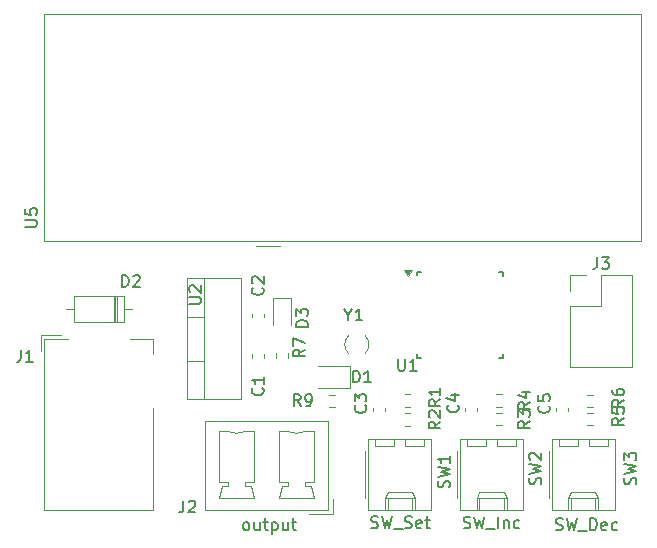
<source format=gbr>
%TF.GenerationSoftware,KiCad,Pcbnew,8.0.6*%
%TF.CreationDate,2024-11-25T15:37:35+03:30*%
%TF.ProjectId,AlarmClock,416c6172-6d43-46c6-9f63-6b2e6b696361,rev?*%
%TF.SameCoordinates,Original*%
%TF.FileFunction,Legend,Top*%
%TF.FilePolarity,Positive*%
%FSLAX46Y46*%
G04 Gerber Fmt 4.6, Leading zero omitted, Abs format (unit mm)*
G04 Created by KiCad (PCBNEW 8.0.6) date 2024-11-25 15:37:35*
%MOMM*%
%LPD*%
G01*
G04 APERTURE LIST*
%ADD10C,0.150000*%
%ADD11C,0.120000*%
G04 APERTURE END LIST*
D10*
X135936666Y-101599819D02*
X135936666Y-102314104D01*
X135936666Y-102314104D02*
X135889047Y-102456961D01*
X135889047Y-102456961D02*
X135793809Y-102552200D01*
X135793809Y-102552200D02*
X135650952Y-102599819D01*
X135650952Y-102599819D02*
X135555714Y-102599819D01*
X136317619Y-101599819D02*
X136936666Y-101599819D01*
X136936666Y-101599819D02*
X136603333Y-101980771D01*
X136603333Y-101980771D02*
X136746190Y-101980771D01*
X136746190Y-101980771D02*
X136841428Y-102028390D01*
X136841428Y-102028390D02*
X136889047Y-102076009D01*
X136889047Y-102076009D02*
X136936666Y-102171247D01*
X136936666Y-102171247D02*
X136936666Y-102409342D01*
X136936666Y-102409342D02*
X136889047Y-102504580D01*
X136889047Y-102504580D02*
X136841428Y-102552200D01*
X136841428Y-102552200D02*
X136746190Y-102599819D01*
X136746190Y-102599819D02*
X136460476Y-102599819D01*
X136460476Y-102599819D02*
X136365238Y-102552200D01*
X136365238Y-102552200D02*
X136317619Y-102504580D01*
X87166666Y-109454819D02*
X87166666Y-110169104D01*
X87166666Y-110169104D02*
X87119047Y-110311961D01*
X87119047Y-110311961D02*
X87023809Y-110407200D01*
X87023809Y-110407200D02*
X86880952Y-110454819D01*
X86880952Y-110454819D02*
X86785714Y-110454819D01*
X88166666Y-110454819D02*
X87595238Y-110454819D01*
X87880952Y-110454819D02*
X87880952Y-109454819D01*
X87880952Y-109454819D02*
X87785714Y-109597676D01*
X87785714Y-109597676D02*
X87690476Y-109692914D01*
X87690476Y-109692914D02*
X87595238Y-109740533D01*
X131859580Y-114166666D02*
X131907200Y-114214285D01*
X131907200Y-114214285D02*
X131954819Y-114357142D01*
X131954819Y-114357142D02*
X131954819Y-114452380D01*
X131954819Y-114452380D02*
X131907200Y-114595237D01*
X131907200Y-114595237D02*
X131811961Y-114690475D01*
X131811961Y-114690475D02*
X131716723Y-114738094D01*
X131716723Y-114738094D02*
X131526247Y-114785713D01*
X131526247Y-114785713D02*
X131383390Y-114785713D01*
X131383390Y-114785713D02*
X131192914Y-114738094D01*
X131192914Y-114738094D02*
X131097676Y-114690475D01*
X131097676Y-114690475D02*
X131002438Y-114595237D01*
X131002438Y-114595237D02*
X130954819Y-114452380D01*
X130954819Y-114452380D02*
X130954819Y-114357142D01*
X130954819Y-114357142D02*
X131002438Y-114214285D01*
X131002438Y-114214285D02*
X131050057Y-114166666D01*
X130954819Y-113261904D02*
X130954819Y-113738094D01*
X130954819Y-113738094D02*
X131431009Y-113785713D01*
X131431009Y-113785713D02*
X131383390Y-113738094D01*
X131383390Y-113738094D02*
X131335771Y-113642856D01*
X131335771Y-113642856D02*
X131335771Y-113404761D01*
X131335771Y-113404761D02*
X131383390Y-113309523D01*
X131383390Y-113309523D02*
X131431009Y-113261904D01*
X131431009Y-113261904D02*
X131526247Y-113214285D01*
X131526247Y-113214285D02*
X131764342Y-113214285D01*
X131764342Y-113214285D02*
X131859580Y-113261904D01*
X131859580Y-113261904D02*
X131907200Y-113309523D01*
X131907200Y-113309523D02*
X131954819Y-113404761D01*
X131954819Y-113404761D02*
X131954819Y-113642856D01*
X131954819Y-113642856D02*
X131907200Y-113738094D01*
X131907200Y-113738094D02*
X131859580Y-113785713D01*
X111204819Y-109416666D02*
X110728628Y-109749999D01*
X111204819Y-109988094D02*
X110204819Y-109988094D01*
X110204819Y-109988094D02*
X110204819Y-109607142D01*
X110204819Y-109607142D02*
X110252438Y-109511904D01*
X110252438Y-109511904D02*
X110300057Y-109464285D01*
X110300057Y-109464285D02*
X110395295Y-109416666D01*
X110395295Y-109416666D02*
X110538152Y-109416666D01*
X110538152Y-109416666D02*
X110633390Y-109464285D01*
X110633390Y-109464285D02*
X110681009Y-109511904D01*
X110681009Y-109511904D02*
X110728628Y-109607142D01*
X110728628Y-109607142D02*
X110728628Y-109988094D01*
X110204819Y-109083332D02*
X110204819Y-108416666D01*
X110204819Y-108416666D02*
X111204819Y-108845237D01*
X95711905Y-104104819D02*
X95711905Y-103104819D01*
X95711905Y-103104819D02*
X95950000Y-103104819D01*
X95950000Y-103104819D02*
X96092857Y-103152438D01*
X96092857Y-103152438D02*
X96188095Y-103247676D01*
X96188095Y-103247676D02*
X96235714Y-103342914D01*
X96235714Y-103342914D02*
X96283333Y-103533390D01*
X96283333Y-103533390D02*
X96283333Y-103676247D01*
X96283333Y-103676247D02*
X96235714Y-103866723D01*
X96235714Y-103866723D02*
X96188095Y-103961961D01*
X96188095Y-103961961D02*
X96092857Y-104057200D01*
X96092857Y-104057200D02*
X95950000Y-104104819D01*
X95950000Y-104104819D02*
X95711905Y-104104819D01*
X96664286Y-103200057D02*
X96711905Y-103152438D01*
X96711905Y-103152438D02*
X96807143Y-103104819D01*
X96807143Y-103104819D02*
X97045238Y-103104819D01*
X97045238Y-103104819D02*
X97140476Y-103152438D01*
X97140476Y-103152438D02*
X97188095Y-103200057D01*
X97188095Y-103200057D02*
X97235714Y-103295295D01*
X97235714Y-103295295D02*
X97235714Y-103390533D01*
X97235714Y-103390533D02*
X97188095Y-103533390D01*
X97188095Y-103533390D02*
X96616667Y-104104819D01*
X96616667Y-104104819D02*
X97235714Y-104104819D01*
X123407200Y-121083332D02*
X123454819Y-120940475D01*
X123454819Y-120940475D02*
X123454819Y-120702380D01*
X123454819Y-120702380D02*
X123407200Y-120607142D01*
X123407200Y-120607142D02*
X123359580Y-120559523D01*
X123359580Y-120559523D02*
X123264342Y-120511904D01*
X123264342Y-120511904D02*
X123169104Y-120511904D01*
X123169104Y-120511904D02*
X123073866Y-120559523D01*
X123073866Y-120559523D02*
X123026247Y-120607142D01*
X123026247Y-120607142D02*
X122978628Y-120702380D01*
X122978628Y-120702380D02*
X122931009Y-120892856D01*
X122931009Y-120892856D02*
X122883390Y-120988094D01*
X122883390Y-120988094D02*
X122835771Y-121035713D01*
X122835771Y-121035713D02*
X122740533Y-121083332D01*
X122740533Y-121083332D02*
X122645295Y-121083332D01*
X122645295Y-121083332D02*
X122550057Y-121035713D01*
X122550057Y-121035713D02*
X122502438Y-120988094D01*
X122502438Y-120988094D02*
X122454819Y-120892856D01*
X122454819Y-120892856D02*
X122454819Y-120654761D01*
X122454819Y-120654761D02*
X122502438Y-120511904D01*
X122454819Y-120178570D02*
X123454819Y-119940475D01*
X123454819Y-119940475D02*
X122740533Y-119749999D01*
X122740533Y-119749999D02*
X123454819Y-119559523D01*
X123454819Y-119559523D02*
X122454819Y-119321428D01*
X123454819Y-118416666D02*
X123454819Y-118988094D01*
X123454819Y-118702380D02*
X122454819Y-118702380D01*
X122454819Y-118702380D02*
X122597676Y-118797618D01*
X122597676Y-118797618D02*
X122692914Y-118892856D01*
X122692914Y-118892856D02*
X122740533Y-118988094D01*
X116801428Y-124487200D02*
X116944285Y-124534819D01*
X116944285Y-124534819D02*
X117182380Y-124534819D01*
X117182380Y-124534819D02*
X117277618Y-124487200D01*
X117277618Y-124487200D02*
X117325237Y-124439580D01*
X117325237Y-124439580D02*
X117372856Y-124344342D01*
X117372856Y-124344342D02*
X117372856Y-124249104D01*
X117372856Y-124249104D02*
X117325237Y-124153866D01*
X117325237Y-124153866D02*
X117277618Y-124106247D01*
X117277618Y-124106247D02*
X117182380Y-124058628D01*
X117182380Y-124058628D02*
X116991904Y-124011009D01*
X116991904Y-124011009D02*
X116896666Y-123963390D01*
X116896666Y-123963390D02*
X116849047Y-123915771D01*
X116849047Y-123915771D02*
X116801428Y-123820533D01*
X116801428Y-123820533D02*
X116801428Y-123725295D01*
X116801428Y-123725295D02*
X116849047Y-123630057D01*
X116849047Y-123630057D02*
X116896666Y-123582438D01*
X116896666Y-123582438D02*
X116991904Y-123534819D01*
X116991904Y-123534819D02*
X117229999Y-123534819D01*
X117229999Y-123534819D02*
X117372856Y-123582438D01*
X117706190Y-123534819D02*
X117944285Y-124534819D01*
X117944285Y-124534819D02*
X118134761Y-123820533D01*
X118134761Y-123820533D02*
X118325237Y-124534819D01*
X118325237Y-124534819D02*
X118563333Y-123534819D01*
X118706190Y-124630057D02*
X119468094Y-124630057D01*
X119658571Y-124487200D02*
X119801428Y-124534819D01*
X119801428Y-124534819D02*
X120039523Y-124534819D01*
X120039523Y-124534819D02*
X120134761Y-124487200D01*
X120134761Y-124487200D02*
X120182380Y-124439580D01*
X120182380Y-124439580D02*
X120229999Y-124344342D01*
X120229999Y-124344342D02*
X120229999Y-124249104D01*
X120229999Y-124249104D02*
X120182380Y-124153866D01*
X120182380Y-124153866D02*
X120134761Y-124106247D01*
X120134761Y-124106247D02*
X120039523Y-124058628D01*
X120039523Y-124058628D02*
X119849047Y-124011009D01*
X119849047Y-124011009D02*
X119753809Y-123963390D01*
X119753809Y-123963390D02*
X119706190Y-123915771D01*
X119706190Y-123915771D02*
X119658571Y-123820533D01*
X119658571Y-123820533D02*
X119658571Y-123725295D01*
X119658571Y-123725295D02*
X119706190Y-123630057D01*
X119706190Y-123630057D02*
X119753809Y-123582438D01*
X119753809Y-123582438D02*
X119849047Y-123534819D01*
X119849047Y-123534819D02*
X120087142Y-123534819D01*
X120087142Y-123534819D02*
X120229999Y-123582438D01*
X121039523Y-124487200D02*
X120944285Y-124534819D01*
X120944285Y-124534819D02*
X120753809Y-124534819D01*
X120753809Y-124534819D02*
X120658571Y-124487200D01*
X120658571Y-124487200D02*
X120610952Y-124391961D01*
X120610952Y-124391961D02*
X120610952Y-124011009D01*
X120610952Y-124011009D02*
X120658571Y-123915771D01*
X120658571Y-123915771D02*
X120753809Y-123868152D01*
X120753809Y-123868152D02*
X120944285Y-123868152D01*
X120944285Y-123868152D02*
X121039523Y-123915771D01*
X121039523Y-123915771D02*
X121087142Y-124011009D01*
X121087142Y-124011009D02*
X121087142Y-124106247D01*
X121087142Y-124106247D02*
X120610952Y-124201485D01*
X121372857Y-123868152D02*
X121753809Y-123868152D01*
X121515714Y-123534819D02*
X121515714Y-124391961D01*
X121515714Y-124391961D02*
X121563333Y-124487200D01*
X121563333Y-124487200D02*
X121658571Y-124534819D01*
X121658571Y-124534819D02*
X121753809Y-124534819D01*
X122664819Y-115516666D02*
X122188628Y-115849999D01*
X122664819Y-116088094D02*
X121664819Y-116088094D01*
X121664819Y-116088094D02*
X121664819Y-115707142D01*
X121664819Y-115707142D02*
X121712438Y-115611904D01*
X121712438Y-115611904D02*
X121760057Y-115564285D01*
X121760057Y-115564285D02*
X121855295Y-115516666D01*
X121855295Y-115516666D02*
X121998152Y-115516666D01*
X121998152Y-115516666D02*
X122093390Y-115564285D01*
X122093390Y-115564285D02*
X122141009Y-115611904D01*
X122141009Y-115611904D02*
X122188628Y-115707142D01*
X122188628Y-115707142D02*
X122188628Y-116088094D01*
X121760057Y-115135713D02*
X121712438Y-115088094D01*
X121712438Y-115088094D02*
X121664819Y-114992856D01*
X121664819Y-114992856D02*
X121664819Y-114754761D01*
X121664819Y-114754761D02*
X121712438Y-114659523D01*
X121712438Y-114659523D02*
X121760057Y-114611904D01*
X121760057Y-114611904D02*
X121855295Y-114564285D01*
X121855295Y-114564285D02*
X121950533Y-114564285D01*
X121950533Y-114564285D02*
X122093390Y-114611904D01*
X122093390Y-114611904D02*
X122664819Y-115183332D01*
X122664819Y-115183332D02*
X122664819Y-114564285D01*
X130254819Y-113891666D02*
X129778628Y-114224999D01*
X130254819Y-114463094D02*
X129254819Y-114463094D01*
X129254819Y-114463094D02*
X129254819Y-114082142D01*
X129254819Y-114082142D02*
X129302438Y-113986904D01*
X129302438Y-113986904D02*
X129350057Y-113939285D01*
X129350057Y-113939285D02*
X129445295Y-113891666D01*
X129445295Y-113891666D02*
X129588152Y-113891666D01*
X129588152Y-113891666D02*
X129683390Y-113939285D01*
X129683390Y-113939285D02*
X129731009Y-113986904D01*
X129731009Y-113986904D02*
X129778628Y-114082142D01*
X129778628Y-114082142D02*
X129778628Y-114463094D01*
X129588152Y-113034523D02*
X130254819Y-113034523D01*
X129207200Y-113272618D02*
X129921485Y-113510713D01*
X129921485Y-113510713D02*
X129921485Y-112891666D01*
X87504819Y-99011904D02*
X88314342Y-99011904D01*
X88314342Y-99011904D02*
X88409580Y-98964285D01*
X88409580Y-98964285D02*
X88457200Y-98916666D01*
X88457200Y-98916666D02*
X88504819Y-98821428D01*
X88504819Y-98821428D02*
X88504819Y-98630952D01*
X88504819Y-98630952D02*
X88457200Y-98535714D01*
X88457200Y-98535714D02*
X88409580Y-98488095D01*
X88409580Y-98488095D02*
X88314342Y-98440476D01*
X88314342Y-98440476D02*
X87504819Y-98440476D01*
X87504819Y-97488095D02*
X87504819Y-97964285D01*
X87504819Y-97964285D02*
X87981009Y-98011904D01*
X87981009Y-98011904D02*
X87933390Y-97964285D01*
X87933390Y-97964285D02*
X87885771Y-97869047D01*
X87885771Y-97869047D02*
X87885771Y-97630952D01*
X87885771Y-97630952D02*
X87933390Y-97535714D01*
X87933390Y-97535714D02*
X87981009Y-97488095D01*
X87981009Y-97488095D02*
X88076247Y-97440476D01*
X88076247Y-97440476D02*
X88314342Y-97440476D01*
X88314342Y-97440476D02*
X88409580Y-97488095D01*
X88409580Y-97488095D02*
X88457200Y-97535714D01*
X88457200Y-97535714D02*
X88504819Y-97630952D01*
X88504819Y-97630952D02*
X88504819Y-97869047D01*
X88504819Y-97869047D02*
X88457200Y-97964285D01*
X88457200Y-97964285D02*
X88409580Y-98011904D01*
X100916666Y-122204819D02*
X100916666Y-122919104D01*
X100916666Y-122919104D02*
X100869047Y-123061961D01*
X100869047Y-123061961D02*
X100773809Y-123157200D01*
X100773809Y-123157200D02*
X100630952Y-123204819D01*
X100630952Y-123204819D02*
X100535714Y-123204819D01*
X101345238Y-122300057D02*
X101392857Y-122252438D01*
X101392857Y-122252438D02*
X101488095Y-122204819D01*
X101488095Y-122204819D02*
X101726190Y-122204819D01*
X101726190Y-122204819D02*
X101821428Y-122252438D01*
X101821428Y-122252438D02*
X101869047Y-122300057D01*
X101869047Y-122300057D02*
X101916666Y-122395295D01*
X101916666Y-122395295D02*
X101916666Y-122490533D01*
X101916666Y-122490533D02*
X101869047Y-122633390D01*
X101869047Y-122633390D02*
X101297619Y-123204819D01*
X101297619Y-123204819D02*
X101916666Y-123204819D01*
X106169999Y-124704819D02*
X106074761Y-124657200D01*
X106074761Y-124657200D02*
X106027142Y-124609580D01*
X106027142Y-124609580D02*
X105979523Y-124514342D01*
X105979523Y-124514342D02*
X105979523Y-124228628D01*
X105979523Y-124228628D02*
X106027142Y-124133390D01*
X106027142Y-124133390D02*
X106074761Y-124085771D01*
X106074761Y-124085771D02*
X106169999Y-124038152D01*
X106169999Y-124038152D02*
X106312856Y-124038152D01*
X106312856Y-124038152D02*
X106408094Y-124085771D01*
X106408094Y-124085771D02*
X106455713Y-124133390D01*
X106455713Y-124133390D02*
X106503332Y-124228628D01*
X106503332Y-124228628D02*
X106503332Y-124514342D01*
X106503332Y-124514342D02*
X106455713Y-124609580D01*
X106455713Y-124609580D02*
X106408094Y-124657200D01*
X106408094Y-124657200D02*
X106312856Y-124704819D01*
X106312856Y-124704819D02*
X106169999Y-124704819D01*
X107360475Y-124038152D02*
X107360475Y-124704819D01*
X106931904Y-124038152D02*
X106931904Y-124561961D01*
X106931904Y-124561961D02*
X106979523Y-124657200D01*
X106979523Y-124657200D02*
X107074761Y-124704819D01*
X107074761Y-124704819D02*
X107217618Y-124704819D01*
X107217618Y-124704819D02*
X107312856Y-124657200D01*
X107312856Y-124657200D02*
X107360475Y-124609580D01*
X107693809Y-124038152D02*
X108074761Y-124038152D01*
X107836666Y-123704819D02*
X107836666Y-124561961D01*
X107836666Y-124561961D02*
X107884285Y-124657200D01*
X107884285Y-124657200D02*
X107979523Y-124704819D01*
X107979523Y-124704819D02*
X108074761Y-124704819D01*
X108408095Y-124038152D02*
X108408095Y-125038152D01*
X108408095Y-124085771D02*
X108503333Y-124038152D01*
X108503333Y-124038152D02*
X108693809Y-124038152D01*
X108693809Y-124038152D02*
X108789047Y-124085771D01*
X108789047Y-124085771D02*
X108836666Y-124133390D01*
X108836666Y-124133390D02*
X108884285Y-124228628D01*
X108884285Y-124228628D02*
X108884285Y-124514342D01*
X108884285Y-124514342D02*
X108836666Y-124609580D01*
X108836666Y-124609580D02*
X108789047Y-124657200D01*
X108789047Y-124657200D02*
X108693809Y-124704819D01*
X108693809Y-124704819D02*
X108503333Y-124704819D01*
X108503333Y-124704819D02*
X108408095Y-124657200D01*
X109741428Y-124038152D02*
X109741428Y-124704819D01*
X109312857Y-124038152D02*
X109312857Y-124561961D01*
X109312857Y-124561961D02*
X109360476Y-124657200D01*
X109360476Y-124657200D02*
X109455714Y-124704819D01*
X109455714Y-124704819D02*
X109598571Y-124704819D01*
X109598571Y-124704819D02*
X109693809Y-124657200D01*
X109693809Y-124657200D02*
X109741428Y-124609580D01*
X110074762Y-124038152D02*
X110455714Y-124038152D01*
X110217619Y-123704819D02*
X110217619Y-124561961D01*
X110217619Y-124561961D02*
X110265238Y-124657200D01*
X110265238Y-124657200D02*
X110360476Y-124704819D01*
X110360476Y-124704819D02*
X110455714Y-124704819D01*
X122664819Y-113641666D02*
X122188628Y-113974999D01*
X122664819Y-114213094D02*
X121664819Y-114213094D01*
X121664819Y-114213094D02*
X121664819Y-113832142D01*
X121664819Y-113832142D02*
X121712438Y-113736904D01*
X121712438Y-113736904D02*
X121760057Y-113689285D01*
X121760057Y-113689285D02*
X121855295Y-113641666D01*
X121855295Y-113641666D02*
X121998152Y-113641666D01*
X121998152Y-113641666D02*
X122093390Y-113689285D01*
X122093390Y-113689285D02*
X122141009Y-113736904D01*
X122141009Y-113736904D02*
X122188628Y-113832142D01*
X122188628Y-113832142D02*
X122188628Y-114213094D01*
X122664819Y-112689285D02*
X122664819Y-113260713D01*
X122664819Y-112974999D02*
X121664819Y-112974999D01*
X121664819Y-112974999D02*
X121807676Y-113070237D01*
X121807676Y-113070237D02*
X121902914Y-113165475D01*
X121902914Y-113165475D02*
X121950533Y-113260713D01*
X116319580Y-114141666D02*
X116367200Y-114189285D01*
X116367200Y-114189285D02*
X116414819Y-114332142D01*
X116414819Y-114332142D02*
X116414819Y-114427380D01*
X116414819Y-114427380D02*
X116367200Y-114570237D01*
X116367200Y-114570237D02*
X116271961Y-114665475D01*
X116271961Y-114665475D02*
X116176723Y-114713094D01*
X116176723Y-114713094D02*
X115986247Y-114760713D01*
X115986247Y-114760713D02*
X115843390Y-114760713D01*
X115843390Y-114760713D02*
X115652914Y-114713094D01*
X115652914Y-114713094D02*
X115557676Y-114665475D01*
X115557676Y-114665475D02*
X115462438Y-114570237D01*
X115462438Y-114570237D02*
X115414819Y-114427380D01*
X115414819Y-114427380D02*
X115414819Y-114332142D01*
X115414819Y-114332142D02*
X115462438Y-114189285D01*
X115462438Y-114189285D02*
X115510057Y-114141666D01*
X115414819Y-113808332D02*
X115414819Y-113189285D01*
X115414819Y-113189285D02*
X115795771Y-113522618D01*
X115795771Y-113522618D02*
X115795771Y-113379761D01*
X115795771Y-113379761D02*
X115843390Y-113284523D01*
X115843390Y-113284523D02*
X115891009Y-113236904D01*
X115891009Y-113236904D02*
X115986247Y-113189285D01*
X115986247Y-113189285D02*
X116224342Y-113189285D01*
X116224342Y-113189285D02*
X116319580Y-113236904D01*
X116319580Y-113236904D02*
X116367200Y-113284523D01*
X116367200Y-113284523D02*
X116414819Y-113379761D01*
X116414819Y-113379761D02*
X116414819Y-113665475D01*
X116414819Y-113665475D02*
X116367200Y-113760713D01*
X116367200Y-113760713D02*
X116319580Y-113808332D01*
X107609580Y-112676666D02*
X107657200Y-112724285D01*
X107657200Y-112724285D02*
X107704819Y-112867142D01*
X107704819Y-112867142D02*
X107704819Y-112962380D01*
X107704819Y-112962380D02*
X107657200Y-113105237D01*
X107657200Y-113105237D02*
X107561961Y-113200475D01*
X107561961Y-113200475D02*
X107466723Y-113248094D01*
X107466723Y-113248094D02*
X107276247Y-113295713D01*
X107276247Y-113295713D02*
X107133390Y-113295713D01*
X107133390Y-113295713D02*
X106942914Y-113248094D01*
X106942914Y-113248094D02*
X106847676Y-113200475D01*
X106847676Y-113200475D02*
X106752438Y-113105237D01*
X106752438Y-113105237D02*
X106704819Y-112962380D01*
X106704819Y-112962380D02*
X106704819Y-112867142D01*
X106704819Y-112867142D02*
X106752438Y-112724285D01*
X106752438Y-112724285D02*
X106800057Y-112676666D01*
X107704819Y-111724285D02*
X107704819Y-112295713D01*
X107704819Y-112009999D02*
X106704819Y-112009999D01*
X106704819Y-112009999D02*
X106847676Y-112105237D01*
X106847676Y-112105237D02*
X106942914Y-112200475D01*
X106942914Y-112200475D02*
X106990533Y-112295713D01*
X138204819Y-115216666D02*
X137728628Y-115549999D01*
X138204819Y-115788094D02*
X137204819Y-115788094D01*
X137204819Y-115788094D02*
X137204819Y-115407142D01*
X137204819Y-115407142D02*
X137252438Y-115311904D01*
X137252438Y-115311904D02*
X137300057Y-115264285D01*
X137300057Y-115264285D02*
X137395295Y-115216666D01*
X137395295Y-115216666D02*
X137538152Y-115216666D01*
X137538152Y-115216666D02*
X137633390Y-115264285D01*
X137633390Y-115264285D02*
X137681009Y-115311904D01*
X137681009Y-115311904D02*
X137728628Y-115407142D01*
X137728628Y-115407142D02*
X137728628Y-115788094D01*
X137204819Y-114311904D02*
X137204819Y-114788094D01*
X137204819Y-114788094D02*
X137681009Y-114835713D01*
X137681009Y-114835713D02*
X137633390Y-114788094D01*
X137633390Y-114788094D02*
X137585771Y-114692856D01*
X137585771Y-114692856D02*
X137585771Y-114454761D01*
X137585771Y-114454761D02*
X137633390Y-114359523D01*
X137633390Y-114359523D02*
X137681009Y-114311904D01*
X137681009Y-114311904D02*
X137776247Y-114264285D01*
X137776247Y-114264285D02*
X138014342Y-114264285D01*
X138014342Y-114264285D02*
X138109580Y-114311904D01*
X138109580Y-114311904D02*
X138157200Y-114359523D01*
X138157200Y-114359523D02*
X138204819Y-114454761D01*
X138204819Y-114454761D02*
X138204819Y-114692856D01*
X138204819Y-114692856D02*
X138157200Y-114788094D01*
X138157200Y-114788094D02*
X138109580Y-114835713D01*
X110833333Y-114204819D02*
X110500000Y-113728628D01*
X110261905Y-114204819D02*
X110261905Y-113204819D01*
X110261905Y-113204819D02*
X110642857Y-113204819D01*
X110642857Y-113204819D02*
X110738095Y-113252438D01*
X110738095Y-113252438D02*
X110785714Y-113300057D01*
X110785714Y-113300057D02*
X110833333Y-113395295D01*
X110833333Y-113395295D02*
X110833333Y-113538152D01*
X110833333Y-113538152D02*
X110785714Y-113633390D01*
X110785714Y-113633390D02*
X110738095Y-113681009D01*
X110738095Y-113681009D02*
X110642857Y-113728628D01*
X110642857Y-113728628D02*
X110261905Y-113728628D01*
X111309524Y-114204819D02*
X111500000Y-114204819D01*
X111500000Y-114204819D02*
X111595238Y-114157200D01*
X111595238Y-114157200D02*
X111642857Y-114109580D01*
X111642857Y-114109580D02*
X111738095Y-113966723D01*
X111738095Y-113966723D02*
X111785714Y-113776247D01*
X111785714Y-113776247D02*
X111785714Y-113395295D01*
X111785714Y-113395295D02*
X111738095Y-113300057D01*
X111738095Y-113300057D02*
X111690476Y-113252438D01*
X111690476Y-113252438D02*
X111595238Y-113204819D01*
X111595238Y-113204819D02*
X111404762Y-113204819D01*
X111404762Y-113204819D02*
X111309524Y-113252438D01*
X111309524Y-113252438D02*
X111261905Y-113300057D01*
X111261905Y-113300057D02*
X111214286Y-113395295D01*
X111214286Y-113395295D02*
X111214286Y-113633390D01*
X111214286Y-113633390D02*
X111261905Y-113728628D01*
X111261905Y-113728628D02*
X111309524Y-113776247D01*
X111309524Y-113776247D02*
X111404762Y-113823866D01*
X111404762Y-113823866D02*
X111595238Y-113823866D01*
X111595238Y-113823866D02*
X111690476Y-113776247D01*
X111690476Y-113776247D02*
X111738095Y-113728628D01*
X111738095Y-113728628D02*
X111785714Y-113633390D01*
X130254819Y-115471666D02*
X129778628Y-115804999D01*
X130254819Y-116043094D02*
X129254819Y-116043094D01*
X129254819Y-116043094D02*
X129254819Y-115662142D01*
X129254819Y-115662142D02*
X129302438Y-115566904D01*
X129302438Y-115566904D02*
X129350057Y-115519285D01*
X129350057Y-115519285D02*
X129445295Y-115471666D01*
X129445295Y-115471666D02*
X129588152Y-115471666D01*
X129588152Y-115471666D02*
X129683390Y-115519285D01*
X129683390Y-115519285D02*
X129731009Y-115566904D01*
X129731009Y-115566904D02*
X129778628Y-115662142D01*
X129778628Y-115662142D02*
X129778628Y-116043094D01*
X129254819Y-115138332D02*
X129254819Y-114519285D01*
X129254819Y-114519285D02*
X129635771Y-114852618D01*
X129635771Y-114852618D02*
X129635771Y-114709761D01*
X129635771Y-114709761D02*
X129683390Y-114614523D01*
X129683390Y-114614523D02*
X129731009Y-114566904D01*
X129731009Y-114566904D02*
X129826247Y-114519285D01*
X129826247Y-114519285D02*
X130064342Y-114519285D01*
X130064342Y-114519285D02*
X130159580Y-114566904D01*
X130159580Y-114566904D02*
X130207200Y-114614523D01*
X130207200Y-114614523D02*
X130254819Y-114709761D01*
X130254819Y-114709761D02*
X130254819Y-114995475D01*
X130254819Y-114995475D02*
X130207200Y-115090713D01*
X130207200Y-115090713D02*
X130159580Y-115138332D01*
X107609580Y-104176666D02*
X107657200Y-104224285D01*
X107657200Y-104224285D02*
X107704819Y-104367142D01*
X107704819Y-104367142D02*
X107704819Y-104462380D01*
X107704819Y-104462380D02*
X107657200Y-104605237D01*
X107657200Y-104605237D02*
X107561961Y-104700475D01*
X107561961Y-104700475D02*
X107466723Y-104748094D01*
X107466723Y-104748094D02*
X107276247Y-104795713D01*
X107276247Y-104795713D02*
X107133390Y-104795713D01*
X107133390Y-104795713D02*
X106942914Y-104748094D01*
X106942914Y-104748094D02*
X106847676Y-104700475D01*
X106847676Y-104700475D02*
X106752438Y-104605237D01*
X106752438Y-104605237D02*
X106704819Y-104462380D01*
X106704819Y-104462380D02*
X106704819Y-104367142D01*
X106704819Y-104367142D02*
X106752438Y-104224285D01*
X106752438Y-104224285D02*
X106800057Y-104176666D01*
X106800057Y-103795713D02*
X106752438Y-103748094D01*
X106752438Y-103748094D02*
X106704819Y-103652856D01*
X106704819Y-103652856D02*
X106704819Y-103414761D01*
X106704819Y-103414761D02*
X106752438Y-103319523D01*
X106752438Y-103319523D02*
X106800057Y-103271904D01*
X106800057Y-103271904D02*
X106895295Y-103224285D01*
X106895295Y-103224285D02*
X106990533Y-103224285D01*
X106990533Y-103224285D02*
X107133390Y-103271904D01*
X107133390Y-103271904D02*
X107704819Y-103843332D01*
X107704819Y-103843332D02*
X107704819Y-103224285D01*
X111454819Y-107488094D02*
X110454819Y-107488094D01*
X110454819Y-107488094D02*
X110454819Y-107249999D01*
X110454819Y-107249999D02*
X110502438Y-107107142D01*
X110502438Y-107107142D02*
X110597676Y-107011904D01*
X110597676Y-107011904D02*
X110692914Y-106964285D01*
X110692914Y-106964285D02*
X110883390Y-106916666D01*
X110883390Y-106916666D02*
X111026247Y-106916666D01*
X111026247Y-106916666D02*
X111216723Y-106964285D01*
X111216723Y-106964285D02*
X111311961Y-107011904D01*
X111311961Y-107011904D02*
X111407200Y-107107142D01*
X111407200Y-107107142D02*
X111454819Y-107249999D01*
X111454819Y-107249999D02*
X111454819Y-107488094D01*
X110454819Y-106583332D02*
X110454819Y-105964285D01*
X110454819Y-105964285D02*
X110835771Y-106297618D01*
X110835771Y-106297618D02*
X110835771Y-106154761D01*
X110835771Y-106154761D02*
X110883390Y-106059523D01*
X110883390Y-106059523D02*
X110931009Y-106011904D01*
X110931009Y-106011904D02*
X111026247Y-105964285D01*
X111026247Y-105964285D02*
X111264342Y-105964285D01*
X111264342Y-105964285D02*
X111359580Y-106011904D01*
X111359580Y-106011904D02*
X111407200Y-106059523D01*
X111407200Y-106059523D02*
X111454819Y-106154761D01*
X111454819Y-106154761D02*
X111454819Y-106440475D01*
X111454819Y-106440475D02*
X111407200Y-106535713D01*
X111407200Y-106535713D02*
X111359580Y-106583332D01*
X124139580Y-114121666D02*
X124187200Y-114169285D01*
X124187200Y-114169285D02*
X124234819Y-114312142D01*
X124234819Y-114312142D02*
X124234819Y-114407380D01*
X124234819Y-114407380D02*
X124187200Y-114550237D01*
X124187200Y-114550237D02*
X124091961Y-114645475D01*
X124091961Y-114645475D02*
X123996723Y-114693094D01*
X123996723Y-114693094D02*
X123806247Y-114740713D01*
X123806247Y-114740713D02*
X123663390Y-114740713D01*
X123663390Y-114740713D02*
X123472914Y-114693094D01*
X123472914Y-114693094D02*
X123377676Y-114645475D01*
X123377676Y-114645475D02*
X123282438Y-114550237D01*
X123282438Y-114550237D02*
X123234819Y-114407380D01*
X123234819Y-114407380D02*
X123234819Y-114312142D01*
X123234819Y-114312142D02*
X123282438Y-114169285D01*
X123282438Y-114169285D02*
X123330057Y-114121666D01*
X123568152Y-113264523D02*
X124234819Y-113264523D01*
X123187200Y-113502618D02*
X123901485Y-113740713D01*
X123901485Y-113740713D02*
X123901485Y-113121666D01*
X131157200Y-120833332D02*
X131204819Y-120690475D01*
X131204819Y-120690475D02*
X131204819Y-120452380D01*
X131204819Y-120452380D02*
X131157200Y-120357142D01*
X131157200Y-120357142D02*
X131109580Y-120309523D01*
X131109580Y-120309523D02*
X131014342Y-120261904D01*
X131014342Y-120261904D02*
X130919104Y-120261904D01*
X130919104Y-120261904D02*
X130823866Y-120309523D01*
X130823866Y-120309523D02*
X130776247Y-120357142D01*
X130776247Y-120357142D02*
X130728628Y-120452380D01*
X130728628Y-120452380D02*
X130681009Y-120642856D01*
X130681009Y-120642856D02*
X130633390Y-120738094D01*
X130633390Y-120738094D02*
X130585771Y-120785713D01*
X130585771Y-120785713D02*
X130490533Y-120833332D01*
X130490533Y-120833332D02*
X130395295Y-120833332D01*
X130395295Y-120833332D02*
X130300057Y-120785713D01*
X130300057Y-120785713D02*
X130252438Y-120738094D01*
X130252438Y-120738094D02*
X130204819Y-120642856D01*
X130204819Y-120642856D02*
X130204819Y-120404761D01*
X130204819Y-120404761D02*
X130252438Y-120261904D01*
X130204819Y-119928570D02*
X131204819Y-119690475D01*
X131204819Y-119690475D02*
X130490533Y-119499999D01*
X130490533Y-119499999D02*
X131204819Y-119309523D01*
X131204819Y-119309523D02*
X130204819Y-119071428D01*
X130300057Y-118738094D02*
X130252438Y-118690475D01*
X130252438Y-118690475D02*
X130204819Y-118595237D01*
X130204819Y-118595237D02*
X130204819Y-118357142D01*
X130204819Y-118357142D02*
X130252438Y-118261904D01*
X130252438Y-118261904D02*
X130300057Y-118214285D01*
X130300057Y-118214285D02*
X130395295Y-118166666D01*
X130395295Y-118166666D02*
X130490533Y-118166666D01*
X130490533Y-118166666D02*
X130633390Y-118214285D01*
X130633390Y-118214285D02*
X131204819Y-118785713D01*
X131204819Y-118785713D02*
X131204819Y-118166666D01*
X124642857Y-124507200D02*
X124785714Y-124554819D01*
X124785714Y-124554819D02*
X125023809Y-124554819D01*
X125023809Y-124554819D02*
X125119047Y-124507200D01*
X125119047Y-124507200D02*
X125166666Y-124459580D01*
X125166666Y-124459580D02*
X125214285Y-124364342D01*
X125214285Y-124364342D02*
X125214285Y-124269104D01*
X125214285Y-124269104D02*
X125166666Y-124173866D01*
X125166666Y-124173866D02*
X125119047Y-124126247D01*
X125119047Y-124126247D02*
X125023809Y-124078628D01*
X125023809Y-124078628D02*
X124833333Y-124031009D01*
X124833333Y-124031009D02*
X124738095Y-123983390D01*
X124738095Y-123983390D02*
X124690476Y-123935771D01*
X124690476Y-123935771D02*
X124642857Y-123840533D01*
X124642857Y-123840533D02*
X124642857Y-123745295D01*
X124642857Y-123745295D02*
X124690476Y-123650057D01*
X124690476Y-123650057D02*
X124738095Y-123602438D01*
X124738095Y-123602438D02*
X124833333Y-123554819D01*
X124833333Y-123554819D02*
X125071428Y-123554819D01*
X125071428Y-123554819D02*
X125214285Y-123602438D01*
X125547619Y-123554819D02*
X125785714Y-124554819D01*
X125785714Y-124554819D02*
X125976190Y-123840533D01*
X125976190Y-123840533D02*
X126166666Y-124554819D01*
X126166666Y-124554819D02*
X126404762Y-123554819D01*
X126547619Y-124650057D02*
X127309523Y-124650057D01*
X127547619Y-124554819D02*
X127547619Y-123554819D01*
X128023809Y-123888152D02*
X128023809Y-124554819D01*
X128023809Y-123983390D02*
X128071428Y-123935771D01*
X128071428Y-123935771D02*
X128166666Y-123888152D01*
X128166666Y-123888152D02*
X128309523Y-123888152D01*
X128309523Y-123888152D02*
X128404761Y-123935771D01*
X128404761Y-123935771D02*
X128452380Y-124031009D01*
X128452380Y-124031009D02*
X128452380Y-124554819D01*
X129357142Y-124507200D02*
X129261904Y-124554819D01*
X129261904Y-124554819D02*
X129071428Y-124554819D01*
X129071428Y-124554819D02*
X128976190Y-124507200D01*
X128976190Y-124507200D02*
X128928571Y-124459580D01*
X128928571Y-124459580D02*
X128880952Y-124364342D01*
X128880952Y-124364342D02*
X128880952Y-124078628D01*
X128880952Y-124078628D02*
X128928571Y-123983390D01*
X128928571Y-123983390D02*
X128976190Y-123935771D01*
X128976190Y-123935771D02*
X129071428Y-123888152D01*
X129071428Y-123888152D02*
X129261904Y-123888152D01*
X129261904Y-123888152D02*
X129357142Y-123935771D01*
X114873809Y-106478628D02*
X114873809Y-106954819D01*
X114540476Y-105954819D02*
X114873809Y-106478628D01*
X114873809Y-106478628D02*
X115207142Y-105954819D01*
X116064285Y-106954819D02*
X115492857Y-106954819D01*
X115778571Y-106954819D02*
X115778571Y-105954819D01*
X115778571Y-105954819D02*
X115683333Y-106097676D01*
X115683333Y-106097676D02*
X115588095Y-106192914D01*
X115588095Y-106192914D02*
X115492857Y-106240533D01*
X115261905Y-112204819D02*
X115261905Y-111204819D01*
X115261905Y-111204819D02*
X115500000Y-111204819D01*
X115500000Y-111204819D02*
X115642857Y-111252438D01*
X115642857Y-111252438D02*
X115738095Y-111347676D01*
X115738095Y-111347676D02*
X115785714Y-111442914D01*
X115785714Y-111442914D02*
X115833333Y-111633390D01*
X115833333Y-111633390D02*
X115833333Y-111776247D01*
X115833333Y-111776247D02*
X115785714Y-111966723D01*
X115785714Y-111966723D02*
X115738095Y-112061961D01*
X115738095Y-112061961D02*
X115642857Y-112157200D01*
X115642857Y-112157200D02*
X115500000Y-112204819D01*
X115500000Y-112204819D02*
X115261905Y-112204819D01*
X116785714Y-112204819D02*
X116214286Y-112204819D01*
X116500000Y-112204819D02*
X116500000Y-111204819D01*
X116500000Y-111204819D02*
X116404762Y-111347676D01*
X116404762Y-111347676D02*
X116309524Y-111442914D01*
X116309524Y-111442914D02*
X116214286Y-111490533D01*
X139197200Y-120833332D02*
X139244819Y-120690475D01*
X139244819Y-120690475D02*
X139244819Y-120452380D01*
X139244819Y-120452380D02*
X139197200Y-120357142D01*
X139197200Y-120357142D02*
X139149580Y-120309523D01*
X139149580Y-120309523D02*
X139054342Y-120261904D01*
X139054342Y-120261904D02*
X138959104Y-120261904D01*
X138959104Y-120261904D02*
X138863866Y-120309523D01*
X138863866Y-120309523D02*
X138816247Y-120357142D01*
X138816247Y-120357142D02*
X138768628Y-120452380D01*
X138768628Y-120452380D02*
X138721009Y-120642856D01*
X138721009Y-120642856D02*
X138673390Y-120738094D01*
X138673390Y-120738094D02*
X138625771Y-120785713D01*
X138625771Y-120785713D02*
X138530533Y-120833332D01*
X138530533Y-120833332D02*
X138435295Y-120833332D01*
X138435295Y-120833332D02*
X138340057Y-120785713D01*
X138340057Y-120785713D02*
X138292438Y-120738094D01*
X138292438Y-120738094D02*
X138244819Y-120642856D01*
X138244819Y-120642856D02*
X138244819Y-120404761D01*
X138244819Y-120404761D02*
X138292438Y-120261904D01*
X138244819Y-119928570D02*
X139244819Y-119690475D01*
X139244819Y-119690475D02*
X138530533Y-119499999D01*
X138530533Y-119499999D02*
X139244819Y-119309523D01*
X139244819Y-119309523D02*
X138244819Y-119071428D01*
X138244819Y-118785713D02*
X138244819Y-118166666D01*
X138244819Y-118166666D02*
X138625771Y-118499999D01*
X138625771Y-118499999D02*
X138625771Y-118357142D01*
X138625771Y-118357142D02*
X138673390Y-118261904D01*
X138673390Y-118261904D02*
X138721009Y-118214285D01*
X138721009Y-118214285D02*
X138816247Y-118166666D01*
X138816247Y-118166666D02*
X139054342Y-118166666D01*
X139054342Y-118166666D02*
X139149580Y-118214285D01*
X139149580Y-118214285D02*
X139197200Y-118261904D01*
X139197200Y-118261904D02*
X139244819Y-118357142D01*
X139244819Y-118357142D02*
X139244819Y-118642856D01*
X139244819Y-118642856D02*
X139197200Y-118738094D01*
X139197200Y-118738094D02*
X139149580Y-118785713D01*
X132444762Y-124657200D02*
X132587619Y-124704819D01*
X132587619Y-124704819D02*
X132825714Y-124704819D01*
X132825714Y-124704819D02*
X132920952Y-124657200D01*
X132920952Y-124657200D02*
X132968571Y-124609580D01*
X132968571Y-124609580D02*
X133016190Y-124514342D01*
X133016190Y-124514342D02*
X133016190Y-124419104D01*
X133016190Y-124419104D02*
X132968571Y-124323866D01*
X132968571Y-124323866D02*
X132920952Y-124276247D01*
X132920952Y-124276247D02*
X132825714Y-124228628D01*
X132825714Y-124228628D02*
X132635238Y-124181009D01*
X132635238Y-124181009D02*
X132540000Y-124133390D01*
X132540000Y-124133390D02*
X132492381Y-124085771D01*
X132492381Y-124085771D02*
X132444762Y-123990533D01*
X132444762Y-123990533D02*
X132444762Y-123895295D01*
X132444762Y-123895295D02*
X132492381Y-123800057D01*
X132492381Y-123800057D02*
X132540000Y-123752438D01*
X132540000Y-123752438D02*
X132635238Y-123704819D01*
X132635238Y-123704819D02*
X132873333Y-123704819D01*
X132873333Y-123704819D02*
X133016190Y-123752438D01*
X133349524Y-123704819D02*
X133587619Y-124704819D01*
X133587619Y-124704819D02*
X133778095Y-123990533D01*
X133778095Y-123990533D02*
X133968571Y-124704819D01*
X133968571Y-124704819D02*
X134206667Y-123704819D01*
X134349524Y-124800057D02*
X135111428Y-124800057D01*
X135349524Y-124704819D02*
X135349524Y-123704819D01*
X135349524Y-123704819D02*
X135587619Y-123704819D01*
X135587619Y-123704819D02*
X135730476Y-123752438D01*
X135730476Y-123752438D02*
X135825714Y-123847676D01*
X135825714Y-123847676D02*
X135873333Y-123942914D01*
X135873333Y-123942914D02*
X135920952Y-124133390D01*
X135920952Y-124133390D02*
X135920952Y-124276247D01*
X135920952Y-124276247D02*
X135873333Y-124466723D01*
X135873333Y-124466723D02*
X135825714Y-124561961D01*
X135825714Y-124561961D02*
X135730476Y-124657200D01*
X135730476Y-124657200D02*
X135587619Y-124704819D01*
X135587619Y-124704819D02*
X135349524Y-124704819D01*
X136730476Y-124657200D02*
X136635238Y-124704819D01*
X136635238Y-124704819D02*
X136444762Y-124704819D01*
X136444762Y-124704819D02*
X136349524Y-124657200D01*
X136349524Y-124657200D02*
X136301905Y-124561961D01*
X136301905Y-124561961D02*
X136301905Y-124181009D01*
X136301905Y-124181009D02*
X136349524Y-124085771D01*
X136349524Y-124085771D02*
X136444762Y-124038152D01*
X136444762Y-124038152D02*
X136635238Y-124038152D01*
X136635238Y-124038152D02*
X136730476Y-124085771D01*
X136730476Y-124085771D02*
X136778095Y-124181009D01*
X136778095Y-124181009D02*
X136778095Y-124276247D01*
X136778095Y-124276247D02*
X136301905Y-124371485D01*
X137635238Y-124657200D02*
X137540000Y-124704819D01*
X137540000Y-124704819D02*
X137349524Y-124704819D01*
X137349524Y-124704819D02*
X137254286Y-124657200D01*
X137254286Y-124657200D02*
X137206667Y-124609580D01*
X137206667Y-124609580D02*
X137159048Y-124514342D01*
X137159048Y-124514342D02*
X137159048Y-124228628D01*
X137159048Y-124228628D02*
X137206667Y-124133390D01*
X137206667Y-124133390D02*
X137254286Y-124085771D01*
X137254286Y-124085771D02*
X137349524Y-124038152D01*
X137349524Y-124038152D02*
X137540000Y-124038152D01*
X137540000Y-124038152D02*
X137635238Y-124085771D01*
X138204819Y-113666666D02*
X137728628Y-113999999D01*
X138204819Y-114238094D02*
X137204819Y-114238094D01*
X137204819Y-114238094D02*
X137204819Y-113857142D01*
X137204819Y-113857142D02*
X137252438Y-113761904D01*
X137252438Y-113761904D02*
X137300057Y-113714285D01*
X137300057Y-113714285D02*
X137395295Y-113666666D01*
X137395295Y-113666666D02*
X137538152Y-113666666D01*
X137538152Y-113666666D02*
X137633390Y-113714285D01*
X137633390Y-113714285D02*
X137681009Y-113761904D01*
X137681009Y-113761904D02*
X137728628Y-113857142D01*
X137728628Y-113857142D02*
X137728628Y-114238094D01*
X137204819Y-112809523D02*
X137204819Y-112999999D01*
X137204819Y-112999999D02*
X137252438Y-113095237D01*
X137252438Y-113095237D02*
X137300057Y-113142856D01*
X137300057Y-113142856D02*
X137442914Y-113238094D01*
X137442914Y-113238094D02*
X137633390Y-113285713D01*
X137633390Y-113285713D02*
X138014342Y-113285713D01*
X138014342Y-113285713D02*
X138109580Y-113238094D01*
X138109580Y-113238094D02*
X138157200Y-113190475D01*
X138157200Y-113190475D02*
X138204819Y-113095237D01*
X138204819Y-113095237D02*
X138204819Y-112904761D01*
X138204819Y-112904761D02*
X138157200Y-112809523D01*
X138157200Y-112809523D02*
X138109580Y-112761904D01*
X138109580Y-112761904D02*
X138014342Y-112714285D01*
X138014342Y-112714285D02*
X137776247Y-112714285D01*
X137776247Y-112714285D02*
X137681009Y-112761904D01*
X137681009Y-112761904D02*
X137633390Y-112809523D01*
X137633390Y-112809523D02*
X137585771Y-112904761D01*
X137585771Y-112904761D02*
X137585771Y-113095237D01*
X137585771Y-113095237D02*
X137633390Y-113190475D01*
X137633390Y-113190475D02*
X137681009Y-113238094D01*
X137681009Y-113238094D02*
X137776247Y-113285713D01*
X119088095Y-110204819D02*
X119088095Y-111014342D01*
X119088095Y-111014342D02*
X119135714Y-111109580D01*
X119135714Y-111109580D02*
X119183333Y-111157200D01*
X119183333Y-111157200D02*
X119278571Y-111204819D01*
X119278571Y-111204819D02*
X119469047Y-111204819D01*
X119469047Y-111204819D02*
X119564285Y-111157200D01*
X119564285Y-111157200D02*
X119611904Y-111109580D01*
X119611904Y-111109580D02*
X119659523Y-111014342D01*
X119659523Y-111014342D02*
X119659523Y-110204819D01*
X120659523Y-111204819D02*
X120088095Y-111204819D01*
X120373809Y-111204819D02*
X120373809Y-110204819D01*
X120373809Y-110204819D02*
X120278571Y-110347676D01*
X120278571Y-110347676D02*
X120183333Y-110442914D01*
X120183333Y-110442914D02*
X120088095Y-110490533D01*
X101399819Y-105551904D02*
X102209342Y-105551904D01*
X102209342Y-105551904D02*
X102304580Y-105504285D01*
X102304580Y-105504285D02*
X102352200Y-105456666D01*
X102352200Y-105456666D02*
X102399819Y-105361428D01*
X102399819Y-105361428D02*
X102399819Y-105170952D01*
X102399819Y-105170952D02*
X102352200Y-105075714D01*
X102352200Y-105075714D02*
X102304580Y-105028095D01*
X102304580Y-105028095D02*
X102209342Y-104980476D01*
X102209342Y-104980476D02*
X101399819Y-104980476D01*
X101495057Y-104551904D02*
X101447438Y-104504285D01*
X101447438Y-104504285D02*
X101399819Y-104409047D01*
X101399819Y-104409047D02*
X101399819Y-104170952D01*
X101399819Y-104170952D02*
X101447438Y-104075714D01*
X101447438Y-104075714D02*
X101495057Y-104028095D01*
X101495057Y-104028095D02*
X101590295Y-103980476D01*
X101590295Y-103980476D02*
X101685533Y-103980476D01*
X101685533Y-103980476D02*
X101828390Y-104028095D01*
X101828390Y-104028095D02*
X102399819Y-104599523D01*
X102399819Y-104599523D02*
X102399819Y-103980476D01*
D11*
%TO.C,J3*%
X133670000Y-103145000D02*
X135000000Y-103145000D01*
X133670000Y-104475000D02*
X133670000Y-103145000D01*
X133670000Y-105745000D02*
X133670000Y-110885000D01*
X133670000Y-105745000D02*
X136270000Y-105745000D01*
X133670000Y-110885000D02*
X138870000Y-110885000D01*
X136270000Y-103145000D02*
X138870000Y-103145000D01*
X136270000Y-105745000D02*
X136270000Y-103145000D01*
X138870000Y-103145000D02*
X138870000Y-110885000D01*
%TO.C,J1*%
X88850000Y-108200000D02*
X88850000Y-109500000D01*
X89150000Y-108500000D02*
X91150000Y-108500000D01*
X89150000Y-123000000D02*
X89150000Y-108500000D01*
X90550000Y-108200000D02*
X88850000Y-108200000D01*
X96350000Y-108500000D02*
X98350000Y-108500000D01*
X98350000Y-108500000D02*
X98350000Y-109800000D01*
X98350000Y-114400000D02*
X98350000Y-123000000D01*
X98350000Y-123000000D02*
X89150000Y-123000000D01*
%TO.C,C5*%
X132490000Y-114359420D02*
X132490000Y-114640580D01*
X133510000Y-114359420D02*
X133510000Y-114640580D01*
%TO.C,R7*%
X108727500Y-109687742D02*
X108727500Y-110162258D01*
X109772500Y-109687742D02*
X109772500Y-110162258D01*
%TO.C,D2*%
X90980000Y-106000000D02*
X91630000Y-106000000D01*
X91630000Y-104880000D02*
X91630000Y-107120000D01*
X91630000Y-107120000D02*
X95870000Y-107120000D01*
X95030000Y-107120000D02*
X95030000Y-104880000D01*
X95150000Y-107120000D02*
X95150000Y-104880000D01*
X95270000Y-107120000D02*
X95270000Y-104880000D01*
X95870000Y-104880000D02*
X91630000Y-104880000D01*
X95870000Y-107120000D02*
X95870000Y-104880000D01*
X96520000Y-106000000D02*
X95870000Y-106000000D01*
%TO.C,SW1*%
X116290000Y-118000000D02*
X116290000Y-122000000D01*
X116580000Y-116970000D02*
X116580000Y-122990000D01*
X116580000Y-122990000D02*
X121880000Y-122990000D01*
X117160000Y-116970000D02*
X117160000Y-117570000D01*
X117160000Y-117570000D02*
X118760000Y-117570000D01*
X117960000Y-121990000D02*
X118210000Y-121460000D01*
X117960000Y-121990000D02*
X120500000Y-121990000D01*
X117960000Y-122990000D02*
X117960000Y-121990000D01*
X118210000Y-121460000D02*
X120250000Y-121460000D01*
X118210000Y-122990000D02*
X118210000Y-121990000D01*
X118760000Y-117570000D02*
X118760000Y-116970000D01*
X119700000Y-116970000D02*
X119700000Y-117570000D01*
X119700000Y-117570000D02*
X121300000Y-117570000D01*
X120250000Y-121460000D02*
X120500000Y-121990000D01*
X120250000Y-122990000D02*
X120250000Y-121990000D01*
X120500000Y-121990000D02*
X120500000Y-122990000D01*
X121300000Y-117570000D02*
X121300000Y-116970000D01*
X121880000Y-116970000D02*
X116580000Y-116970000D01*
X121880000Y-122990000D02*
X121880000Y-116970000D01*
%TO.C,R2*%
X120122258Y-115872500D02*
X119647742Y-115872500D01*
X120122258Y-114827500D02*
X119647742Y-114827500D01*
%TO.C,R4*%
X127862258Y-114247500D02*
X127387742Y-114247500D01*
X127862258Y-113202500D02*
X127387742Y-113202500D01*
%TO.C,U5*%
X89130000Y-100250000D02*
X89130000Y-81010000D01*
X89130000Y-100250000D02*
X139670000Y-100250000D01*
X107050000Y-100630000D02*
X109050000Y-100630000D01*
X139670000Y-81010000D02*
X89130000Y-81010000D01*
X139670000Y-100250000D02*
X139670000Y-81010000D01*
%TO.C,J2*%
X102770000Y-115490000D02*
X102770000Y-122960000D01*
X102770000Y-122960000D02*
X113150000Y-122960000D01*
X103920000Y-116350000D02*
X104670000Y-116350000D01*
X103920000Y-120650000D02*
X103920000Y-116350000D01*
X103920000Y-122000000D02*
X104170000Y-121000000D01*
X104170000Y-121000000D02*
X104670000Y-121000000D01*
X104670000Y-120650000D02*
X103920000Y-120650000D01*
X104670000Y-121000000D02*
X104670000Y-120650000D01*
X106170000Y-116350000D02*
X106920000Y-116350000D01*
X106170000Y-120650000D02*
X106170000Y-121000000D01*
X106170000Y-121000000D02*
X106670000Y-121000000D01*
X106670000Y-121000000D02*
X106920000Y-122000000D01*
X106920000Y-116350000D02*
X106920000Y-120650000D01*
X106920000Y-120650000D02*
X106170000Y-120650000D01*
X106920000Y-122000000D02*
X103920000Y-122000000D01*
X109000000Y-116350000D02*
X109750000Y-116350000D01*
X109000000Y-120650000D02*
X109000000Y-116350000D01*
X109000000Y-122000000D02*
X109250000Y-121000000D01*
X109250000Y-121000000D02*
X109750000Y-121000000D01*
X109750000Y-120650000D02*
X109000000Y-120650000D01*
X109750000Y-121000000D02*
X109750000Y-120650000D01*
X111250000Y-116350000D02*
X112000000Y-116350000D01*
X111250000Y-120650000D02*
X111250000Y-121000000D01*
X111250000Y-121000000D02*
X111750000Y-121000000D01*
X111750000Y-121000000D02*
X112000000Y-122000000D01*
X112000000Y-116350000D02*
X112000000Y-120650000D01*
X112000000Y-120650000D02*
X111250000Y-120650000D01*
X112000000Y-122000000D02*
X109000000Y-122000000D01*
X113150000Y-115490000D02*
X102770000Y-115490000D01*
X113150000Y-122960000D02*
X113150000Y-115490000D01*
X113540000Y-122100000D02*
X113540000Y-123350000D01*
X113540000Y-123350000D02*
X111540000Y-123350000D01*
X106170000Y-116350000D02*
G75*
G02*
X104670353Y-116350156I-750000J1700000D01*
G01*
X111250000Y-116350000D02*
G75*
G02*
X109750353Y-116350156I-750000J1700000D01*
G01*
%TO.C,R1*%
X120122258Y-114247500D02*
X119647742Y-114247500D01*
X120122258Y-113202500D02*
X119647742Y-113202500D01*
%TO.C,C3*%
X117970000Y-114359420D02*
X117970000Y-114640580D01*
X116950000Y-114359420D02*
X116950000Y-114640580D01*
%TO.C,C1*%
X106740000Y-110095580D02*
X106740000Y-109814420D01*
X107760000Y-110095580D02*
X107760000Y-109814420D01*
%TO.C,R5*%
X135562258Y-114777500D02*
X135087742Y-114777500D01*
X135562258Y-115822500D02*
X135087742Y-115822500D01*
%TO.C,R9*%
X113737258Y-113227500D02*
X113262742Y-113227500D01*
X113737258Y-114272500D02*
X113262742Y-114272500D01*
%TO.C,R3*%
X127862258Y-115827500D02*
X127387742Y-115827500D01*
X127862258Y-114782500D02*
X127387742Y-114782500D01*
%TO.C,C2*%
X106740000Y-106394420D02*
X106740000Y-106675580D01*
X107760000Y-106394420D02*
X107760000Y-106675580D01*
%TO.C,D3*%
X108515000Y-105015000D02*
X108515000Y-107300000D01*
X109985000Y-105015000D02*
X108515000Y-105015000D01*
X109985000Y-107300000D02*
X109985000Y-105015000D01*
%TO.C,C4*%
X125810000Y-114359420D02*
X125810000Y-114640580D01*
X124790000Y-114359420D02*
X124790000Y-114640580D01*
%TO.C,SW2*%
X124060000Y-118020000D02*
X124060000Y-122020000D01*
X124350000Y-116990000D02*
X124350000Y-123010000D01*
X124350000Y-123010000D02*
X129650000Y-123010000D01*
X124930000Y-116990000D02*
X124930000Y-117590000D01*
X124930000Y-117590000D02*
X126530000Y-117590000D01*
X125730000Y-122010000D02*
X125980000Y-121480000D01*
X125730000Y-122010000D02*
X128270000Y-122010000D01*
X125730000Y-123010000D02*
X125730000Y-122010000D01*
X125980000Y-121480000D02*
X128020000Y-121480000D01*
X125980000Y-123010000D02*
X125980000Y-122010000D01*
X126530000Y-117590000D02*
X126530000Y-116990000D01*
X127470000Y-116990000D02*
X127470000Y-117590000D01*
X127470000Y-117590000D02*
X129070000Y-117590000D01*
X128020000Y-121480000D02*
X128270000Y-122010000D01*
X128020000Y-123010000D02*
X128020000Y-122010000D01*
X128270000Y-122010000D02*
X128270000Y-123010000D01*
X129070000Y-117590000D02*
X129070000Y-116990000D01*
X129650000Y-116990000D02*
X124350000Y-116990000D01*
X129650000Y-123010000D02*
X129650000Y-116990000D01*
%TO.C,Y1*%
X114900000Y-109750000D02*
G75*
G02*
X114899347Y-108250610I700000J750000D01*
G01*
X116300653Y-108250610D02*
G75*
G02*
X116300000Y-109750000I-700653J-749390D01*
G01*
%TO.C,D1*%
X112312500Y-112710000D02*
X114997500Y-112710000D01*
X114997500Y-110790000D02*
X112312500Y-110790000D01*
X114997500Y-112710000D02*
X114997500Y-110790000D01*
%TO.C,SW3*%
X131830000Y-118020000D02*
X131830000Y-122020000D01*
X132120000Y-116990000D02*
X132120000Y-123010000D01*
X132120000Y-123010000D02*
X137420000Y-123010000D01*
X132700000Y-116990000D02*
X132700000Y-117590000D01*
X132700000Y-117590000D02*
X134300000Y-117590000D01*
X133500000Y-122010000D02*
X133750000Y-121480000D01*
X133500000Y-122010000D02*
X136040000Y-122010000D01*
X133500000Y-123010000D02*
X133500000Y-122010000D01*
X133750000Y-121480000D02*
X135790000Y-121480000D01*
X133750000Y-123010000D02*
X133750000Y-122010000D01*
X134300000Y-117590000D02*
X134300000Y-116990000D01*
X135240000Y-116990000D02*
X135240000Y-117590000D01*
X135240000Y-117590000D02*
X136840000Y-117590000D01*
X135790000Y-121480000D02*
X136040000Y-122010000D01*
X135790000Y-123010000D02*
X135790000Y-122010000D01*
X136040000Y-122010000D02*
X136040000Y-123010000D01*
X136840000Y-117590000D02*
X136840000Y-116990000D01*
X137420000Y-116990000D02*
X132120000Y-116990000D01*
X137420000Y-123010000D02*
X137420000Y-116990000D01*
%TO.C,R6*%
X135562258Y-113227500D02*
X135087742Y-113227500D01*
X135562258Y-114272500D02*
X135087742Y-114272500D01*
D10*
%TO.C,U1*%
X120725000Y-102875000D02*
X120725000Y-103100000D01*
X120725000Y-102875000D02*
X121050000Y-102875000D01*
X120725000Y-110125000D02*
X120725000Y-109800000D01*
X120725000Y-110125000D02*
X121050000Y-110125000D01*
X127975000Y-102875000D02*
X127650000Y-102875000D01*
X127975000Y-102875000D02*
X127975000Y-103200000D01*
X127975000Y-110125000D02*
X127650000Y-110125000D01*
X127975000Y-110125000D02*
X127975000Y-109800000D01*
D11*
X119960000Y-103160000D02*
X119620000Y-102690000D01*
X120300000Y-102690000D01*
X119960000Y-103160000D01*
G36*
X119960000Y-103160000D02*
G01*
X119620000Y-102690000D01*
X120300000Y-102690000D01*
X119960000Y-103160000D01*
G37*
%TO.C,U2*%
X101175000Y-103380000D02*
X105816000Y-103380000D01*
X101175000Y-106649000D02*
X102685000Y-106649000D01*
X101175000Y-110350000D02*
X102685000Y-110350000D01*
X101175000Y-113620000D02*
X101175000Y-103380000D01*
X101175000Y-113620000D02*
X105816000Y-113620000D01*
X102685000Y-113620000D02*
X102685000Y-103380000D01*
X105816000Y-113620000D02*
X105816000Y-103380000D01*
%TD*%
M02*

</source>
